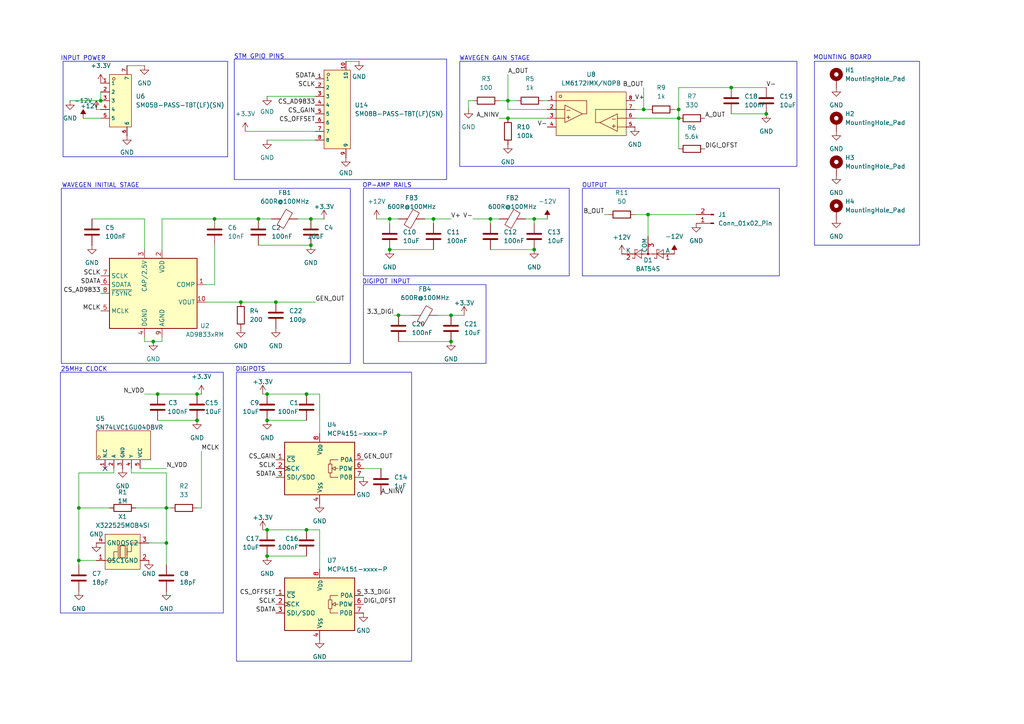
<source format=kicad_sch>
(kicad_sch (version 20250114) (generator "eeschema") (generator_version "9.0")
  (paper "A4")
  (lib_symbols
    (symbol "Connector:Conn_01x02_Pin" (pin_names (offset 1.016) (hide yes))
      (property "Reference" "J" (at 0 2.54 0))
      (property "Value" "Conn_01x02_Pin" (at 0 -5.08 0))
      (symbol "Conn_01x02_Pin_1_1"
        (rectangle (start 0.8636 0.127) (end 0 -0.127) (stroke (width 0.1524)) (fill (type outline)))
        (rectangle (start 0.8636 -2.413) (end 0 -2.667) (stroke (width 0.1524)) (fill (type outline)))
        (polyline (pts (xy 1.27 0) (xy 0.8636 0)) (stroke (width 0.1524)))
        (polyline (pts (xy 1.27 -2.54) (xy 0.8636 -2.54)) (stroke (width 0.1524)))
        (pin passive line (at 5.08 0 180) (length 3.81) (name "Pin_1") (number "1"))
        (pin passive line (at 5.08 -2.54 180) (length 3.81) (name "Pin_2") (number "2"))
      )
    )
    (symbol "Device:C" (pin_numbers (hide yes)) (pin_names (offset 0.254))
      (property "Reference" "C" (at 0.635 2.54 0))
      (property "Value" "C" (at 0.635 -2.54 0))
      (symbol "C_0_1"
        (polyline (pts (xy -2.032 0.762) (xy 2.032 0.762)) (stroke (width 0.508)))
        (polyline (pts (xy -2.032 -0.762) (xy 2.032 -0.762)) (stroke (width 0.508)))
      )
      (symbol "C_1_1"
        (pin passive line (at 0 3.81 270) (length 2.794) (name "~") (number "1"))
        (pin passive line (at 0 -3.81 90) (length 2.794) (name "~") (number "2"))
      )
    )
    (symbol "Device:FerriteBead" (pin_numbers (hide yes)) (pin_names (offset 0))
      (property "Reference" "FB" (at -3.81 0.635 90))
      (property "Value" "FerriteBead" (at 3.81 0 90))
      (symbol "FerriteBead_0_1"
        (polyline (pts (xy -2.7686 0.4064) (xy -1.7018 2.2606) (xy 2.7686 -0.3048) (xy 1.6764 -2.159) (xy -2.7686 0.4064)))
        (polyline (pts (xy 0 1.27) (xy 0 1.2954)))
        (polyline (pts (xy 0 -1.27) (xy 0 -1.2192)))
      )
      (symbol "FerriteBead_1_1"
        (pin passive line (at 0 3.81 270) (length 2.54) (name "~") (number "1"))
        (pin passive line (at 0 -3.81 90) (length 2.54) (name "~") (number "2"))
      )
    )
    (symbol "Device:R" (pin_numbers (hide yes)) (pin_names (offset 0))
      (property "Reference" "R" (at 2.032 0 90))
      (property "Value" "R" (at 0 0 90))
      (symbol "R_0_1"
        (rectangle (start -1.016 -2.54) (end 1.016 2.54) (stroke (width 0.254)))
      )
      (symbol "R_1_1"
        (pin passive line (at 0 3.81 270) (length 1.27) (name "~") (number "1"))
        (pin passive line (at 0 -3.81 90) (length 1.27) (name "~") (number "2"))
      )
    )
    (symbol "Diode:BAT54S" (pin_names (offset 0))
      (property "Reference" "D" (at 2.54 -5.08 0))
      (property "Value" "BAT54S" (at -6.35 3.175 0))
      (symbol "BAT54S_0_1"
        (polyline (pts (xy -4.445 1.27) (xy -4.445 -1.27) (xy -2.54 0) (xy -4.445 1.27)))
        (polyline (pts (xy -3.81 0) (xy -1.27 0)))
        (polyline (pts (xy -3.175 -1.27) (xy -3.175 -1.016)))
        (polyline (pts (xy -2.54 1.27) (xy -1.905 1.27)))
        (polyline (pts (xy -2.54 -1.27) (xy -3.175 -1.27)))
        (polyline (pts (xy -2.54 -1.27) (xy -2.54 1.27)))
        (polyline (pts (xy -1.905 1.27) (xy -1.905 1.016)))
        (polyline (pts (xy -1.905 0) (xy 1.905 0)))
        (circle (center 0 0) (radius 0.254) (fill (type outline)))
        (polyline (pts (xy 1.27 0) (xy 3.81 0)))
        (polyline (pts (xy 1.905 1.27) (xy 1.905 -1.27) (xy 3.81 0) (xy 1.905 1.27)))
        (polyline (pts (xy 3.175 -1.27) (xy 3.175 -1.016)))
        (polyline (pts (xy 3.81 1.27) (xy 4.445 1.27)))
        (polyline (pts (xy 3.81 -1.27) (xy 3.175 -1.27)))
        (polyline (pts (xy 3.81 -1.27) (xy 3.81 1.27)))
        (polyline (pts (xy 4.445 1.27) (xy 4.445 1.016)))
      )
      (symbol "BAT54S_1_1"
        (pin passive line (at -7.62 0 0) (length 3.81) (name "A") (number "1"))
        (pin passive line (at 0 -5.08 90) (length 5.08) (name "COM") (number "3"))
        (pin passive line (at 7.62 0 180) (length 3.81) (name "K") (number "2"))
      )
    )
    (symbol "Interface:AD9833xRM"
      (property "Reference" "U" (at -12.7 11.43 0))
      (property "Value" "AD9833xRM" (at 5.08 11.43 0))
      (symbol "AD9833xRM_0_1"
        (rectangle (start -12.7 10.16) (end 12.7 -10.16) (stroke (width 0.254)) (fill (type background)))
      )
      (symbol "AD9833xRM_1_1"
        (pin input line (at -15.24 5.08 0) (length 2.54) (name "SCLK") (number "7"))
        (pin input line (at -15.24 2.54 0) (length 2.54) (name "SDATA") (number "6"))
        (pin input line (at -15.24 0 0) (length 2.54) (name "~{FSYNC}") (number "8"))
        (pin input line (at -15.24 -5.08 0) (length 2.54) (name "MCLK") (number "5"))
        (pin power_in line (at -2.54 12.7 270) (length 2.54) (name "CAP/2.5V") (number "3"))
        (pin power_in line (at -2.54 -12.7 90) (length 2.54) (name "DGND") (number "4"))
        (pin power_in line (at 2.54 12.7 270) (length 2.54) (name "VDD") (number "2"))
        (pin power_in line (at 2.54 -12.7 90) (length 2.54) (name "AGND") (number "9"))
        (pin passive line (at 15.24 2.54 180) (length 2.54) (name "COMP") (number "1"))
        (pin output line (at 15.24 -2.54 180) (length 2.54) (name "VOUT") (number "10"))
      )
    )
    (symbol "JLC_PARTS:SM08B-PASS-TBT(LF)(SN)"
      (property "Reference" "U" (at 0 1.27 0))
      (property "Value" "SM08B-PASS-TBT(LF)(SN)" (at 0 -2.54 0))
      (symbol "SM08B-PASS-TBT(LF)(SN)_0_1"
        (rectangle (start -2.54 11.43) (end 5.08 -11.43) (fill (type background)))
        (circle (center -1.27 10.16) (radius 0.381) (fill (type background)))
        (pin unspecified line (at -5.08 8.89 0) (length 2.54) (name "1") (number "1"))
        (pin unspecified line (at -5.08 6.35 0) (length 2.54) (name "2") (number "2"))
        (pin unspecified line (at -5.08 3.81 0) (length 2.54) (name "3") (number "3"))
        (pin unspecified line (at -5.08 1.27 0) (length 2.54) (name "4") (number "4"))
        (pin unspecified line (at -5.08 -1.27 0) (length 2.54) (name "5") (number "5"))
        (pin unspecified line (at -5.08 -3.81 0) (length 2.54) (name "6") (number "6"))
        (pin unspecified line (at -5.08 -6.35 0) (length 2.54) (name "7") (number "7"))
        (pin unspecified line (at -5.08 -8.89 0) (length 2.54) (name "8") (number "8"))
        (pin unspecified line (at 3.81 13.97 270) (length 2.54) (name "10") (number "10"))
        (pin unspecified line (at 3.81 -13.97 90) (length 2.54) (name "9") (number "9"))
      )
    )
    (symbol "JLC_Parts:LM6172IMX/NOPB" (pin_names (hide yes))
      (property "Reference" "U" (at 0 1.27 0))
      (property "Value" "LM6172IMX{slash}NOPB" (at 0 -2.54 0))
      (symbol "LM6172IMX/NOPB_0_1"
        (rectangle (start -10.16 6.35) (end 10.16 -6.35) (fill (type background)))
        (polyline (pts (xy -10.16 3.81) (xy -1.27 3.81) (xy -1.27 0) (xy -2.54 0)))
        (polyline (pts (xy -10.16 1.27) (xy -7.62 1.27)))
        (polyline (pts (xy -10.16 -1.27) (xy -7.62 -1.27)))
        (circle (center -8.89 5.08) (radius 0.381) (fill (type background)))
        (polyline (pts (xy -7.62 2.54) (xy -2.54 0) (xy -7.62 -2.54) (xy -7.62 2.54)) (fill (type background)))
        (polyline (pts (xy -6.604 -0.508) (xy -6.604 -1.524)))
        (polyline (pts (xy -6.096 1.016) (xy -7.112 1.016)))
        (polyline (pts (xy -6.096 -1.016) (xy -7.112 -1.016) (xy -7.112 -1.016)))
        (polyline (pts (xy 2.54 -2.54) (xy 1.27 -2.54) (xy 1.27 1.27) (xy 10.16 1.27)))
        (polyline (pts (xy 6.096 -1.524) (xy 7.112 -1.524)))
        (polyline (pts (xy 6.096 -3.556) (xy 7.112 -3.556) (xy 7.112 -3.556)))
        (polyline (pts (xy 6.604 -3.048) (xy 6.604 -4.064)))
        (polyline (pts (xy 7.62 0) (xy 2.54 -2.54) (xy 7.62 -5.08) (xy 7.62 0)) (fill (type background)))
        (polyline (pts (xy 10.16 -1.27) (xy 7.62 -1.27)))
        (polyline (pts (xy 10.16 -3.81) (xy 7.62 -3.81)))
        (pin unspecified line (at -12.7 3.81 0) (length 2.54) (name "OUTA") (number "1"))
        (pin unspecified line (at -12.7 1.27 0) (length 2.54) (name "INA-") (number "2"))
        (pin unspecified line (at -12.7 -1.27 0) (length 2.54) (name "INA+") (number "3"))
        (pin unspecified line (at -12.7 -3.81 0) (length 2.54) (name "V-") (number "4"))
        (pin unspecified line (at 12.7 3.81 180) (length 2.54) (name "V+") (number "8"))
        (pin unspecified line (at 12.7 1.27 180) (length 2.54) (name "OUTB") (number "7"))
        (pin unspecified line (at 12.7 -1.27 180) (length 2.54) (name "INB-") (number "6"))
        (pin unspecified line (at 12.7 -3.81 180) (length 2.54) (name "INB+") (number "5"))
      )
    )
    (symbol "JLC_Parts:SM05B-PASS-TBT(LF)(SN)"
      (property "Reference" "U" (at 0 1.27 0))
      (property "Value" "SM05B-PASS-TBT(LF)(SN)" (at 0 -2.54 0))
      (symbol "SM05B-PASS-TBT(LF)(SN)_0_1"
        (rectangle (start -1.27 7.62) (end 5.08 -7.62) (fill (type background)))
        (circle (center 0 6.35) (radius 0.381) (fill (type background)))
        (pin unspecified line (at -3.81 5.08 0) (length 2.54) (name "1") (number "1"))
        (pin unspecified line (at -3.81 2.54 0) (length 2.54) (name "2") (number "2"))
        (pin unspecified line (at -3.81 0 0) (length 2.54) (name "3") (number "3"))
        (pin unspecified line (at -3.81 -2.54 0) (length 2.54) (name "4") (number "4"))
        (pin unspecified line (at -3.81 -5.08 0) (length 2.54) (name "5") (number "5"))
        (pin unspecified line (at 3.81 10.16 270) (length 2.54) (name "7") (number "7"))
        (pin unspecified line (at 3.81 -10.16 90) (length 2.54) (name "6") (number "6"))
      )
    )
    (symbol "JLC_Parts:SN74LVC1GU04DBVR"
      (property "Reference" "U" (at 0 1.27 0))
      (property "Value" "SN74LVC1GU04DBVR" (at 0 -2.54 0))
      (symbol "SN74LVC1GU04DBVR_0_1"
        (rectangle (start -2.54 7.62) (end 5.842 -8.128) (fill (type background)))
        (circle (center -1.778 6.858) (radius 0.381) (fill (type background)))
        (pin unspecified line (at -5.08 5.08 0) (length 2.54) (name "N.C") (number "1"))
        (pin unspecified line (at -5.08 2.54 0) (length 2.54) (name "A") (number "2"))
        (pin unspecified line (at -5.08 0 0) (length 2.54) (name "GND") (number "3"))
        (pin unspecified line (at -5.08 -2.54 0) (length 2.54) (name "Y") (number "4"))
        (pin unspecified line (at -5.08 -5.08 0) (length 2.54) (name "VCC") (number "5"))
      )
    )
    (symbol "Mechanical:MountingHole_Pad" (pin_numbers (hide yes)) (pin_names (offset 1.016) (hide yes)) (in_bom no)
      (property "Reference" "H" (at 0 6.35 0))
      (property "Value" "MountingHole_Pad" (at 0 4.445 0))
      (symbol "MountingHole_Pad_0_1"
        (circle (center 0 1.27) (radius 1.27) (stroke (width 1.27)))
      )
      (symbol "MountingHole_Pad_1_1"
        (pin input line (at 0 -2.54 90) (length 2.54) (name "1") (number "1"))
      )
    )
    (symbol "Potentiometer_Digital:MCP4151-xxxx-P"
      (property "Reference" "U" (at 2.54 11.43 0))
      (property "Value" "MCP4151-xxxx-P" (at 2.54 8.89 0))
      (symbol "MCP4151-xxxx-P_0_0"
        (pin input line (at -12.7 2.54 0) (length 2.54) (name "~{CS}") (number "1"))
        (pin input clock (at -12.7 0 0) (length 2.54) (name "SCK") (number "2"))
        (pin bidirectional line (at -12.7 -2.54 0) (length 2.54) (name "SDI/SDO") (number "3"))
        (pin power_in line (at 0 10.16 270) (length 2.54) (name "V_{DD}") (number "8"))
        (pin power_in line (at 0 -10.16 90) (length 2.54) (name "V_{SS}") (number "4"))
        (pin passive line (at 12.7 2.54 180) (length 2.54) (name "P0A") (number "5"))
        (pin passive line (at 12.7 0 180) (length 2.54) (name "P0W") (number "6"))
        (pin passive line (at 12.7 -2.54 180) (length 2.54) (name "P0B") (number "7"))
      )
      (symbol "MCP4151-xxxx-P_0_1"
        (rectangle (start 2.54 1.27) (end 3.556 -1.27))
        (polyline (pts (xy 3.048 -1.27) (xy 3.048 -2.54) (xy 5.334 -2.54)))
        (polyline (pts (xy 4.572 0.508) (xy 3.556 0) (xy 4.572 -0.508) (xy 4.572 0.508)))
        (polyline (pts (xy 4.572 0) (xy 5.334 0)))
        (polyline (pts (xy 5.334 2.54) (xy 3.048 2.54) (xy 3.048 1.27)))
      )
      (symbol "MCP4151-xxxx-P_1_1"
        (rectangle (start -10.16 7.62) (end 10.16 -7.62) (stroke (width 0.254)) (fill (type background)))
      )
    )
    (symbol "Rocketry_Easyeda:X322525MOB4SI"
      (property "Reference" "X" (at 0 7.62 0))
      (property "Value" "X322525MOB4SI" (at 0 -7.62 0))
      (symbol "X322525MOB4SI_0_1"
        (rectangle (start -5.08 5.08) (end 5.08 -5.08) (fill (type background)))
        (polyline (pts (xy -5.08 -2.54) (xy -2.54 -2.54) (xy -2.54 0) (xy -1.52 0)))
        (polyline (pts (xy -1.27 -1.02) (xy -1.27 1.02)))
        (polyline (pts (xy -1.27 -1.78) (xy -1.27 1.78)))
        (polyline (pts (xy -0.76 -1.78) (xy -0.76 1.78) (xy 0.76 1.78) (xy 0.76 -1.78)))
        (polyline (pts (xy 0.76 1.78) (xy 0.76 -1.78) (xy -0.76 -1.78) (xy -0.76 1.78) (xy 0.76 1.78)) (fill (type background)))
        (polyline (pts (xy 0.76 -1.78) (xy -0.76 -1.78)))
        (polyline (pts (xy 1.27 -1.02) (xy 1.27 1.02)))
        (polyline (pts (xy 1.27 -1.78) (xy 1.27 1.78)))
        (polyline (pts (xy 5.08 2.54) (xy 2.54 2.54) (xy 2.54 0) (xy 1.52 0)))
        (pin unspecified line (at -7.62 2.54 0) (length 2.54) (name "GND") (number "4"))
        (pin unspecified line (at -7.62 -2.54 0) (length 2.54) (name "OSC1") (number "1"))
        (pin unspecified line (at 7.62 2.54 180) (length 2.54) (name "OSC2") (number "3"))
        (pin unspecified line (at 7.62 -2.54 180) (length 2.54) (name "GND") (number "2"))
      )
    )
    (symbol "power:+12V" (power) (pin_numbers (hide yes)) (pin_names (offset 0) (hide yes))
      (property "Value" "+12V" (at 0 3.556 0))
      (symbol "+12V_0_1"
        (polyline (pts (xy -0.762 1.27) (xy 0 2.54)))
        (polyline (pts (xy 0 2.54) (xy 0.762 1.27)))
        (polyline (pts (xy 0 0) (xy 0 2.54)))
      )
      (symbol "+12V_1_1"
        (pin power_in line (at 0 0 90) (length 0) (name "~") (number "1"))
      )
    )
    (symbol "power:+3.3V" (power) (pin_numbers (hide yes)) (pin_names (offset 0) (hide yes))
      (property "Value" "+3.3V" (at 0 3.556 0))
      (symbol "+3.3V_0_1"
        (polyline (pts (xy -0.762 1.27) (xy 0 2.54)))
        (polyline (pts (xy 0 2.54) (xy 0.762 1.27)))
        (polyline (pts (xy 0 0) (xy 0 2.54)))
      )
      (symbol "+3.3V_1_1"
        (pin power_in line (at 0 0 90) (length 0) (name "~") (number "1"))
      )
    )
    (symbol "power:-12V" (power) (pin_numbers (hide yes)) (pin_names (offset 0) (hide yes))
      (property "Value" "-12V" (at 0 3.556 0))
      (symbol "-12V_0_0"
        (pin power_in line (at 0 0 90) (length 0) (name "~") (number "1"))
      )
      (symbol "-12V_0_1"
        (polyline (pts (xy 0 0) (xy 0 1.27) (xy 0.762 1.27) (xy 0 2.54) (xy -0.762 1.27) (xy 0 1.27)) (fill (type outline)))
      )
    )
    (symbol "power:GND" (power) (pin_numbers (hide yes)) (pin_names (offset 0) (hide yes))
      (property "Value" "GND" (at 0 -3.81 0))
      (symbol "GND_0_1"
        (polyline (pts (xy 0 0) (xy 0 -1.27) (xy 1.27 -1.27) (xy 0 -2.54) (xy -1.27 -1.27) (xy 0 -1.27)))
      )
      (symbol "GND_1_1"
        (pin power_in line (at 0 0 270) (length 0) (name "~") (number "1"))
      )
    )
  )
  (rectangle (start 133.35 17.78) (end 231.14 48.26))
  (rectangle (start 105.41 82.55) (end 140.97 105.41))
  (rectangle (start 105.41 54.61) (end 165.1 80.01))
  (rectangle (start 67.945 17.145) (end 129.54 52.07))
  (rectangle (start 236.22 17.78) (end 266.7 71.12))
  (rectangle (start 168.91 54.61) (end 226.06 80.01))
  (rectangle (start 17.526 107.95) (end 64.77 177.8))
  (rectangle (start 18.288 17.78) (end 66.04 45.466))
  (rectangle (start 17.78 54.61) (end 101.6 105.41))
  (rectangle (start 68.58 107.95) (end 119.38 191.77))
  (text "WAVEGEN INITIAL STAGE\n" (at 29.21 53.848 0) (effects (font (size 1.27 1.27))))
  (text "MOUNTING BOARD\n" (at 244.348 16.764 0) (effects (font (size 1.27 1.27))))
  (text "DIGIPOT INPUT\n" (at 112.014 81.788 0) (effects (font (size 1.27 1.27))))
  (text "OP-AMP RAILS\n" (at 112.268 53.848 0) (effects (font (size 1.27 1.27))))
  (text "STM GPIO PINS\n" (at 75.184 16.51 0) (effects (font (size 1.27 1.27))))
  (text "OUTPUT\n" (at 172.466 53.848 0) (effects (font (size 1.27 1.27))))
  (text "DIGIPOTS\n" (at 72.644 107.188 0) (effects (font (size 1.27 1.27))))
  (text "25MHz CLOCK\n" (at 24.384 107.188 0) (effects (font (size 1.27 1.27))))
  (text "WAVEGEN GAIN STAGE\n" (at 143.51 17.018 0) (effects (font (size 1.27 1.27))))
  (text "INPUT POWER" (at 24.13 17.018 0) (effects (font (size 1.27 1.27))))
  (junction (at 88.9 114.3))
  (junction (at 130.81 99.06))
  (junction (at 45.72 114.3))
  (junction (at 88.9 153.67))
  (junction (at 57.15 114.3))
  (junction (at 186.69 31.75))
  (junction (at 22.86 147.32))
  (junction (at 113.03 63.5))
  (junction (at 90.17 63.5))
  (junction (at 29.21 29.21))
  (junction (at 69.85 87.63))
  (junction (at 48.26 147.32))
  (junction (at 196.85 34.29))
  (junction (at 130.81 91.44))
  (junction (at 74.93 63.5))
  (junction (at 147.32 34.29))
  (junction (at 142.24 63.5))
  (junction (at 77.47 114.3))
  (junction (at 22.86 162.56))
  (junction (at 77.47 161.29))
  (junction (at 222.25 33.02))
  (junction (at 187.96 62.23))
  (junction (at 113.03 72.39))
  (junction (at 125.73 63.5))
  (junction (at 196.85 31.75))
  (junction (at 147.32 29.21))
  (junction (at 77.47 153.67))
  (junction (at 77.47 121.92))
  (junction (at 57.15 121.92))
  (junction (at 48.26 157.48))
  (junction (at 90.17 71.12))
  (junction (at 115.57 91.44))
  (junction (at 44.45 99.06))
  (junction (at 154.94 72.39))
  (junction (at 154.94 63.5))
  (junction (at 212.09 25.4))
  (junction (at 62.23 63.5))
  (junction (at 80.01 87.63))
  (no_connect (at 30.48 135.89))
  (wire (pts (xy 62.23 63.5) (xy 74.93 63.5)))
  (wire (pts (xy 62.23 71.12) (xy 62.23 82.55)))
  (wire (pts (xy 27.94 31.75) (xy 29.21 31.75)))
  (wire (pts (xy 48.26 137.16) (xy 48.26 147.32)))
  (wire (pts (xy 125.73 64.77) (xy 125.73 63.5)))
  (wire (pts (xy 125.73 63.5) (xy 130.81 63.5)))
  (wire (pts (xy 45.72 114.3) (xy 41.91 114.3)))
  (wire (pts (xy 88.9 153.67) (xy 92.71 153.67)))
  (wire (pts (xy 135.89 29.21) (xy 137.16 29.21)))
  (wire (pts (xy 135.89 29.21) (xy 135.89 31.75)))
  (wire (pts (xy 137.16 63.5) (xy 142.24 63.5)))
  (wire (pts (xy 74.93 63.5) (xy 78.74 63.5)))
  (wire (pts (xy 186.69 25.4) (xy 186.69 31.75)))
  (wire (pts (xy 74.93 71.12) (xy 90.17 71.12)))
  (wire (pts (xy 184.15 31.75) (xy 186.69 31.75)))
  (wire (pts (xy 22.86 162.56) (xy 27.94 162.56)))
  (wire (pts (xy 147.32 29.21) (xy 149.86 29.21)))
  (wire (pts (xy 33.02 135.89) (xy 33.02 137.16)))
  (wire (pts (xy 154.94 63.5) (xy 158.75 63.5)))
  (wire (pts (xy 80.01 87.63) (xy 91.44 87.63)))
  (wire (pts (xy 77.47 161.29) (xy 88.9 161.29)))
  (wire (pts (xy 58.42 147.32) (xy 58.42 130.81)))
  (wire (pts (xy 123.19 63.5) (xy 125.73 63.5)))
  (wire (pts (xy 48.26 157.48) (xy 48.26 147.32)))
  (wire (pts (xy 39.37 147.32) (xy 48.26 147.32)))
  (wire (pts (xy 115.57 99.06) (xy 130.81 99.06)))
  (wire (pts (xy 69.85 87.63) (xy 80.01 87.63)))
  (wire (pts (xy 195.58 31.75) (xy 196.85 31.75)))
  (wire (pts (xy 113.03 72.39) (xy 125.73 72.39)))
  (wire (pts (xy 147.32 21.59) (xy 147.32 29.21)))
  (wire (pts (xy 187.96 68.58) (xy 187.96 62.23)))
  (wire (pts (xy 212.09 25.4) (xy 222.25 25.4)))
  (wire (pts (xy 33.02 137.16) (xy 22.86 137.16)))
  (wire (pts (xy 147.32 29.21) (xy 144.78 29.21)))
  (wire (pts (xy 109.22 63.5) (xy 113.03 63.5)))
  (wire (pts (xy 40.64 135.89) (xy 48.26 135.89)))
  (wire (pts (xy 77.47 121.92) (xy 88.9 121.92)))
  (wire (pts (xy 115.57 63.5) (xy 113.03 63.5)))
  (wire (pts (xy 158.75 29.21) (xy 157.48 29.21)))
  (wire (pts (xy 176.53 62.23) (xy 175.26 62.23)))
  (wire (pts (xy 92.71 114.3) (xy 92.71 125.73)))
  (wire (pts (xy 20.32 29.21) (xy 29.21 29.21)))
  (wire (pts (xy 22.86 163.83) (xy 22.86 162.56)))
  (wire (pts (xy 142.24 72.39) (xy 154.94 72.39)))
  (wire (pts (xy 196.85 34.29) (xy 196.85 43.18)))
  (wire (pts (xy 38.1 137.16) (xy 48.26 137.16)))
  (wire (pts (xy 38.1 135.89) (xy 38.1 137.16)))
  (wire (pts (xy 22.86 137.16) (xy 22.86 147.32)))
  (wire (pts (xy 92.71 153.67) (xy 92.71 165.1)))
  (wire (pts (xy 186.69 31.75) (xy 187.96 31.75)))
  (wire (pts (xy 115.57 91.44) (xy 119.38 91.44)))
  (wire (pts (xy 154.94 63.5) (xy 154.94 64.77)))
  (wire (pts (xy 48.26 147.32) (xy 49.53 147.32)))
  (wire (pts (xy 147.32 34.29) (xy 158.75 34.29)))
  (wire (pts (xy 26.67 63.5) (xy 41.91 63.5)))
  (wire (pts (xy 144.78 63.5) (xy 142.24 63.5)))
  (wire (pts (xy 88.9 114.3) (xy 77.47 114.3)))
  (wire (pts (xy 187.96 62.23) (xy 201.93 62.23)))
  (wire (pts (xy 29.21 26.67) (xy 29.21 29.21)))
  (wire (pts (xy 77.47 153.67) (xy 88.9 153.67)))
  (wire (pts (xy 77.47 27.94) (xy 91.44 27.94)))
  (wire (pts (xy 41.91 63.5) (xy 41.91 72.39)))
  (wire (pts (xy 59.69 87.63) (xy 69.85 87.63)))
  (wire (pts (xy 90.17 63.5) (xy 93.98 63.5)))
  (wire (pts (xy 212.09 33.02) (xy 222.25 33.02)))
  (wire (pts (xy 62.23 82.55) (xy 59.69 82.55)))
  (wire (pts (xy 127 91.44) (xy 130.81 91.44)))
  (wire (pts (xy 114.3 91.44) (xy 115.57 91.44)))
  (wire (pts (xy 113.03 63.5) (xy 113.03 64.77)))
  (wire (pts (xy 196.85 25.4) (xy 196.85 31.75)))
  (wire (pts (xy 142.24 63.5) (xy 142.24 64.77)))
  (wire (pts (xy 43.18 157.48) (xy 48.26 157.48)))
  (wire (pts (xy 44.45 99.06) (xy 46.99 99.06)))
  (wire (pts (xy 152.4 63.5) (xy 154.94 63.5)))
  (wire (pts (xy 71.12 38.1) (xy 91.44 38.1)))
  (wire (pts (xy 196.85 25.4) (xy 212.09 25.4)))
  (wire (pts (xy 147.32 31.75) (xy 147.32 29.21)))
  (wire (pts (xy 22.86 147.32) (xy 22.86 162.56)))
  (wire (pts (xy 105.41 135.89) (xy 110.49 135.89)))
  (wire (pts (xy 76.2 153.67) (xy 77.47 153.67)))
  (wire (pts (xy 57.15 114.3) (xy 45.72 114.3)))
  (wire (pts (xy 41.91 99.06) (xy 41.91 97.79)))
  (wire (pts (xy 158.75 31.75) (xy 147.32 31.75)))
  (wire (pts (xy 57.15 121.92) (xy 45.72 121.92)))
  (wire (pts (xy 46.99 72.39) (xy 46.99 63.5)))
  (wire (pts (xy 77.47 40.64) (xy 91.44 40.64)))
  (wire (pts (xy 57.15 147.32) (xy 58.42 147.32)))
  (wire (pts (xy 88.9 114.3) (xy 92.71 114.3)))
  (wire (pts (xy 58.42 114.3) (xy 57.15 114.3)))
  (wire (pts (xy 100.33 17.78) (xy 104.14 17.78)))
  (wire (pts (xy 22.86 147.32) (xy 31.75 147.32)))
  (wire (pts (xy 130.81 91.44) (xy 134.62 91.44)))
  (wire (pts (xy 86.36 63.5) (xy 90.17 63.5)))
  (wire (pts (xy 36.83 19.05) (xy 41.91 19.05)))
  (wire (pts (xy 46.99 63.5) (xy 62.23 63.5)))
  (wire (pts (xy 41.91 99.06) (xy 44.45 99.06)))
  (wire (pts (xy 184.15 62.23) (xy 187.96 62.23)))
  (wire (pts (xy 46.99 99.06) (xy 46.99 97.79)))
  (wire (pts (xy 48.26 157.48) (xy 48.26 163.83)))
  (wire (pts (xy 196.85 31.75) (xy 196.85 34.29)))
  (wire (pts (xy 77.47 114.3) (xy 76.2 114.3)))
  (wire (pts (xy 184.15 34.29) (xy 196.85 34.29)))
  (wire (pts (xy 144.78 34.29) (xy 147.32 34.29)))
  (wire (pts (xy 24.13 34.29) (xy 29.21 34.29)))
  (label "A_NINV" (at 110.49 143.51 0))
  (label "SDATA" (at 91.44 22.86 180))
  (label "DIGI_OFST" (at 204.47 43.18 0))
  (label "V-" (at 137.16 63.5 180))
  (label "GEN_OUT" (at 105.41 133.35 0))
  (label "SDATA" (at 80.01 177.8 180))
  (label "A_NINV" (at 144.78 34.29 180))
  (label "N_VDD" (at 48.26 135.89 0))
  (label "B_OUT" (at 175.26 62.23 180))
  (label "SCLK" (at 80.01 135.89 180))
  (label "SCLK" (at 91.44 25.4 180))
  (label "N_VDD" (at 41.91 114.3 180))
  (label "B_OUT" (at 186.69 25.4 180))
  (label "SDATA" (at 29.21 82.55 180))
  (label "V-" (at 158.75 36.83 180))
  (label "V-" (at 222.25 25.4 0))
  (label "A_OUT" (at 147.32 21.59 0))
  (label "GEN_OUT" (at 91.44 87.63 0))
  (label "A_OUT" (at 204.47 34.29 0))
  (label "3.3_DIGI" (at 105.41 172.72 0))
  (label "CS_OFFSET" (at 80.01 172.72 180))
  (label "DIGI_OFST" (at 105.41 175.26 0))
  (label "MCLK" (at 58.42 130.81 0))
  (label "CS_OFFSET" (at 91.44 35.56 180))
  (label "SCLK" (at 29.21 80.01 180))
  (label "SDATA" (at 80.01 138.43 180))
  (label "MCLK" (at 29.21 90.17 180))
  (label "V+" (at 130.81 63.5 0))
  (label "3.3_DIGI" (at 114.3 91.44 180))
  (label "V+" (at 184.15 29.21 0))
  (label "CS_GAIN" (at 91.44 33.02 180))
  (label "CS_AD9833" (at 29.21 85.09 180))
  (label "SCLK" (at 80.01 175.26 180))
  (label "CS_AD9833" (at 91.44 30.48 180))
  (label "CS_GAIN" (at 80.01 133.35 180))
  (symbol (lib_id "power:GND") (at 222.25 33.02 0) (unit 1)
    (property "Reference" "#PWR018" (effects (hide yes)))
    (property "Value" "GND" (at 222.25 38.1 0))
    (property "Description" "Power symbol creates a global label with name \"GND\" , ground" (effects (hide yes)))
  )
  (symbol (lib_id "Device:C") (at 22.86 167.64 0) (unit 1)
    (property "Reference" "C7" (at 26.67 166.3699 0) (effects (justify left)))
    (property "Value" "18pF" (at 26.67 168.9099 0) (effects (justify left)))
    (property "Footprint" "Capacitor_SMD:C_0603_1608Metric" (effects (hide yes)))
    (property "Description" "Unpolarized capacitor" (effects (hide yes)))
  )
  (symbol (lib_id "Device:C") (at 48.26 167.64 0) (unit 1)
    (property "Reference" "C8" (at 52.07 166.3699 0) (effects (justify left)))
    (property "Value" "18pF" (at 52.07 168.9099 0) (effects (justify left)))
    (property "Footprint" "Capacitor_SMD:C_0603_1608Metric" (effects (hide yes)))
    (property "Description" "Unpolarized capacitor" (effects (hide yes)))
  )
  (symbol (lib_id "power:GND") (at 130.81 99.06 0) (unit 1)
    (property "Reference" "#PWR019" (effects (hide yes)))
    (property "Value" "GND" (at 130.81 104.14 0))
    (property "Description" "Power symbol creates a global label with name \"GND\" , ground" (effects (hide yes)))
  )
  (symbol (lib_id "Connector:Conn_01x02_Pin") (at 207.01 64.77 180) (unit 1)
    (property "Reference" "J1" (at 208.28 62.2299 0) (effects (justify right)))
    (property "Value" "Conn_01x02_Pin" (at 208.28 64.7699 0) (effects (justify right)))
    (property "Footprint" "Connector_PinHeader_2.54mm:PinHeader_1x02_P2.54mm_Vertical" (effects (hide yes)))
    (property "Description" "Generic connector, single row, 01x02, script generated" (effects (hide yes)))
  )
  (symbol (lib_id "power:GND") (at 43.18 162.56 0) (unit 1)
    (property "Reference" "#PWR06" (effects (hide yes)))
    (property "Value" "GND" (at 43.18 166.37 0))
    (property "Description" "Power symbol creates a global label with name \"GND\" , ground" (effects (hide yes)))
  )
  (symbol (lib_id "power:GND") (at 77.47 121.92 0) (mirror y) (unit 1)
    (property "Reference" "#PWR012" (effects (hide yes)))
    (property "Value" "GND" (at 77.47 127 0))
    (property "Description" "Power symbol creates a global label with name \"GND\" , ground" (effects (hide yes)))
  )
  (symbol (lib_id "JLC_Parts:LM6172IMX/NOPB") (at 171.45 33.02 0) (unit 1)
    (property "Reference" "U8" (at 171.45 21.59 0))
    (property "Value" "LM6172IMX/NOPB" (at 171.45 24.13 0))
    (property "Footprint" "Package_SO:SOIC-8_3.9x4.9mm_P1.27mm" (effects (hide yes)))
    (property "Datasheet" "https://item.szlcsc.com/417287.html" (effects (hide yes)))
    (property "LCSC" "C180430" (effects (hide yes)))
  )
  (symbol (lib_id "Potentiometer_Digital:MCP4151-xxxx-P") (at 92.71 175.26 0) (unit 1)
    (property "Reference" "U7" (at 94.8533 162.56 0) (effects (justify left)))
    (property "Value" "MCP4151-xxxx-P" (at 94.8533 165.1 0) (effects (justify left)))
    (property "Footprint" "Package_SO:SOIC-8_3.9x4.9mm_P1.27mm" (effects (hide yes)))
    (property "Datasheet" "https://ww1.microchip.com/downloads/aemDocuments/documents/OTH/ProductDocuments/DataSheets/22060b.pdf" (effects (hide yes)))
    (property "Description" "Single Digital Potentiometer, SPI interface, 257 taps, 5/10/50/100 kohm, volatile memory" (effects (hide yes)))
  )
  (symbol (lib_id "Potentiometer_Digital:MCP4151-xxxx-P") (at 92.71 135.89 0) (unit 1)
    (property "Reference" "U4" (at 94.8533 123.19 0) (effects (justify left)))
    (property "Value" "MCP4151-xxxx-P" (at 94.8533 125.73 0) (effects (justify left)))
    (property "Footprint" "Package_SO:SOIC-8_3.9x4.9mm_P1.27mm" (effects (hide yes)))
    (property "Datasheet" "https://ww1.microchip.com/downloads/aemDocuments/documents/OTH/ProductDocuments/DataSheets/22060b.pdf" (effects (hide yes)))
    (property "Description" "Single Digital Potentiometer, SPI interface, 257 taps, 5/10/50/100 kohm, volatile memory" (effects (hide yes)))
  )
  (symbol (lib_id "Device:R") (at 180.34 62.23 90) (unit 1)
    (property "Reference" "R11" (at 180.34 55.88 90))
    (property "Value" "50" (at 180.34 58.42 90))
    (property "Footprint" "Resistor_SMD:R_0603_1608Metric" (effects (hide yes)))
    (property "Description" "Resistor" (effects (hide yes)))
  )
  (symbol (lib_id "power:-12V") (at 158.75 63.5 0) (unit 1)
    (property "Reference" "#PWR023" (effects (hide yes)))
    (property "Value" "-12V" (at 158.75 58.42 0))
    (property "Description" "Power symbol creates a global label with name \"-12V\"" (effects (hide yes)))
  )
  (symbol (lib_id "power:GND") (at 20.32 29.21 0) (unit 1)
    (property "Reference" "#PWR032" (effects (hide yes)))
    (property "Value" "GND" (at 20.32 34.29 0))
    (property "Description" "Power symbol creates a global label with name \"GND\" , ground" (effects (hide yes)))
  )
  (symbol (lib_id "JLC_PARTS:SM08B-PASS-TBT(LF)(SN)") (at 96.52 31.75 0) (unit 1)
    (property "Reference" "U14" (at 102.87 30.4799 0) (effects (justify left)))
    (property "Value" "SM08B-PASS-TBT(LF)(SN)" (at 102.87 33.0199 0) (effects (justify left)))
    (property "Footprint" "JLC_Parts:CONN-SMD_SM08B-PASS-TBT-LF-SN" (effects (hide yes)))
    (property "Datasheet" "https://www.jst-mfg.com/product/pdf/eng/ePA-F.pdf" (effects (hide yes)))
    (property "LCSC" "C496230" (effects (hide yes)))
  )
  (symbol (lib_id "Device:C") (at 110.49 139.7 180) (unit 1)
    (property "Reference" "C14" (at 114.3 138.4299 0) (effects (justify right)))
    (property "Value" "1uF" (at 114.3 140.9699 0) (effects (justify right)))
    (property "Footprint" "Capacitor_SMD:C_0603_1608Metric" (effects (hide yes)))
    (property "Description" "Unpolarized capacitor" (effects (hide yes)))
  )
  (symbol (lib_id "Device:FerriteBead") (at 82.55 63.5 270) (unit 1)
    (property "Reference" "FB1" (at 82.6008 55.88 90))
    (property "Value" "600R@100MHz" (at 82.6008 58.42 90))
    (property "Footprint" "Inductor_SMD:L_0805_2012Metric" (effects (hide yes)))
    (property "Description" "C1017" (effects (hide yes)))
  )
  (symbol (lib_id "Device:R") (at 35.56 147.32 90) (unit 1)
    (property "Reference" "R1" (at 35.56 142.748 90))
    (property "Value" "1M" (at 35.56 145.288 90))
    (property "Footprint" "Resistor_SMD:R_0603_1608Metric" (effects (hide yes)))
    (property "Description" "Resistor" (effects (hide yes)))
  )
  (symbol (lib_id "Device:C") (at 130.81 95.25 0) (unit 1)
    (property "Reference" "C21" (at 134.62 93.9799 0) (effects (justify left)))
    (property "Value" "10uF" (at 134.62 96.5199 0) (effects (justify left)))
    (property "Footprint" "Capacitor_SMD:C_0805_2012Metric" (effects (hide yes)))
    (property "Description" "Unpolarized capacitor" (effects (hide yes)))
  )
  (symbol (lib_id "Device:C") (at 45.72 118.11 0) (unit 1)
    (property "Reference" "C3" (at 48.768 116.84 0) (effects (justify left)))
    (property "Value" "100nF" (at 48.514 119.38 0) (effects (justify left)))
    (property "Footprint" "Capacitor_SMD:C_0603_1608Metric" (effects (hide yes)))
    (property "Description" "Unpolarized capacitor" (effects (hide yes)))
  )
  (symbol (lib_id "Diode:BAT54S") (at 187.96 73.66 180) (unit 1)
    (property "Reference" "D1" (at 187.96 75.438 0))
    (property "Value" "BAT54S" (at 187.96 77.978 0))
    (property "Footprint" "Package_TO_SOT_SMD:SOT-23" (effects (hide yes)))
    (property "Datasheet" "https://www.diodes.com/assets/Datasheets/ds11005.pdf" (effects (hide yes)))
    (property "Description" "Vr 30V, If 200mA, Dual schottky barrier diode, in series, SOT-323" (effects (hide yes)))
  )
  (symbol (lib_id "power:GND") (at 105.41 138.43 0) (unit 1)
    (property "Reference" "#PWR013" (effects (hide yes)))
    (property "Value" "GND" (at 105.41 143.51 0))
    (property "Description" "Power symbol creates a global label with name \"GND\" , ground" (effects (hide yes)))
  )
  (symbol (lib_id "power:-12V") (at 195.58 73.66 0) (mirror y) (unit 1)
    (property "Reference" "#PWR036" (effects (hide yes)))
    (property "Value" "-12V" (at 195.58 68.58 0))
    (property "Description" "Power symbol creates a global label with name \"-12V\"" (effects (hide yes)))
  )
  (symbol (lib_id "Device:C") (at 57.15 118.11 0) (unit 1)
    (property "Reference" "C15" (at 59.436 116.84 0) (effects (justify left)))
    (property "Value" "10uF" (at 59.436 119.38 0) (effects (justify left)))
    (property "Footprint" "Capacitor_SMD:C_0805_2012Metric" (effects (hide yes)))
    (property "Description" "Unpolarized capacitor" (effects (hide yes)))
  )
  (symbol (lib_id "Device:FerriteBead") (at 119.38 63.5 270) (unit 1)
    (property "Reference" "FB3" (at 119.38 57.404 90))
    (property "Value" "600R@100MHz" (at 119.38 59.944 90))
    (property "Footprint" "Inductor_SMD:L_0805_2012Metric" (effects (hide yes)))
    (property "Description" "C1017" (effects (hide yes)))
  )
  (symbol (lib_id "Device:C") (at 113.03 68.58 0) (unit 1)
    (property "Reference" "C10" (at 116.84 67.3099 0) (effects (justify left)))
    (property "Value" "10uF" (at 116.84 69.8499 0) (effects (justify left)))
    (property "Footprint" "Capacitor_SMD:C_0805_2012Metric" (effects (hide yes)))
    (property "Description" "Unpolarized capacitor" (effects (hide yes)))
  )
  (symbol (lib_id "Device:R") (at 153.67 29.21 270) (mirror x) (unit 1)
    (property "Reference" "R5" (at 153.67 22.86 90))
    (property "Value" "1k" (at 153.67 25.4 90))
    (property "Footprint" "Resistor_SMD:R_0603_1608Metric" (effects (hide yes)))
    (property "Description" "Resistor" (effects (hide yes)))
  )
  (symbol (lib_id "Device:R") (at 200.66 34.29 270) (unit 1)
    (property "Reference" "R7" (at 200.66 27.94 90))
    (property "Value" "330" (at 200.66 30.48 90))
    (property "Footprint" "Resistor_SMD:R_0603_1608Metric" (effects (hide yes)))
    (property "Description" "Resistor" (effects (hide yes)))
  )
  (symbol (lib_id "power:GND") (at 77.47 27.94 0) (unit 1)
    (property "Reference" "#PWR027" (effects (hide yes)))
    (property "Value" "GND" (at 77.47 32.385 0))
    (property "Description" "Power symbol creates a global label with name \"GND\" , ground" (effects (hide yes)))
  )
  (symbol (lib_id "power:GND") (at 184.15 36.83 0) (unit 1)
    (property "Reference" "#PWR016" (effects (hide yes)))
    (property "Value" "GND" (at 184.15 41.91 0))
    (property "Description" "Power symbol creates a global label with name \"GND\" , ground" (effects (hide yes)))
  )
  (symbol (lib_id "Device:FerriteBead") (at 123.19 91.44 270) (unit 1)
    (property "Reference" "FB4" (at 123.2408 83.82 90))
    (property "Value" "600R@100MHz" (at 123.2408 86.36 90))
    (property "Footprint" "Inductor_SMD:L_0805_2012Metric" (effects (hide yes)))
    (property "Description" "C1017" (effects (hide yes)))
  )
  (symbol (lib_id "power:GND") (at 26.67 71.12 0) (unit 1)
    (property "Reference" "#PWR03" (effects (hide yes)))
    (property "Value" "GND" (at 26.67 76.2 0))
    (property "Description" "Power symbol creates a global label with name \"GND\" , ground" (effects (hide yes)))
  )
  (symbol (lib_id "Device:R") (at 147.32 38.1 0) (mirror y) (unit 1)
    (property "Reference" "R10" (at 149.86 36.8299 0) (effects (justify right)))
    (property "Value" "100k" (at 149.86 39.3699 0) (effects (justify right)))
    (property "Footprint" "Resistor_SMD:R_0603_1608Metric" (effects (hide yes)))
    (property "Description" "Resistor" (effects (hide yes)))
  )
  (symbol (lib_id "power:GND") (at 135.89 31.75 0) (mirror y) (unit 1)
    (property "Reference" "#PWR015" (effects (hide yes)))
    (property "Value" "GND" (at 135.89 36.83 0))
    (property "Description" "Power symbol creates a global label with name \"GND\" , ground" (effects (hide yes)))
  )
  (symbol (lib_id "Interface:AD9833xRM") (at 44.45 85.09 0) (unit 1)
    (property "Reference" "U2" (at 59.436 94.488 0))
    (property "Value" "AD9833xRM" (at 59.436 97.028 0))
    (property "Footprint" "Package_SO:MSOP-10_3x3mm_P0.5mm" (effects (hide yes)))
    (property "Datasheet" "https://www.analog.com/media/en/technical-documentation/data-sheets/ad9833.pdf" (effects (hide yes)))
    (property "Description" "10 bit 25 MHz Programmable Waveform Generator, 2.3V to 5.5V, 12.65mW, MSOP-10" (effects (hide yes)))
  )
  (symbol (lib_id "Device:C") (at 90.17 67.31 0) (unit 1)
    (property "Reference" "C4" (at 93.98 66.0399 0) (effects (justify left)))
    (property "Value" "10uF" (at 93.98 68.5799 0) (effects (justify right)))
    (property "Footprint" "Capacitor_SMD:C_0805_2012Metric" (effects (hide yes)))
    (property "Description" "Unpolarized capacitor" (effects (hide yes)))
  )
  (symbol (lib_id "Device:C") (at 154.94 68.58 0) (unit 1)
    (property "Reference" "C13" (at 158.75 67.3099 0) (effects (justify left)))
    (property "Value" "10uF" (at 158.75 69.8499 0) (effects (justify left)))
    (property "Footprint" "Capacitor_SMD:C_0805_2012Metric" (effects (hide yes)))
    (property "Description" "Unpolarized capacitor" (effects (hide yes)))
  )
  (symbol (lib_id "power:GND") (at 48.26 171.45 0) (unit 1)
    (property "Reference" "#PWR010" (effects (hide yes)))
    (property "Value" "GND" (at 48.26 176.53 0))
    (property "Description" "Power symbol creates a global label with name \"GND\" , ground" (effects (hide yes)))
  )
  (symbol (lib_id "Device:C") (at 88.9 118.11 0) (mirror y) (unit 1)
    (property "Reference" "C1" (at 86.614 116.84 0) (effects (justify left)))
    (property "Value" "100nF" (at 86.614 119.38 0) (effects (justify left)))
    (property "Footprint" "Capacitor_SMD:C_0603_1608Metric" (effects (hide yes)))
    (property "Description" "Unpolarized capacitor" (effects (hide yes)))
  )
  (symbol (lib_id "Device:C") (at 62.23 67.31 0) (mirror y) (unit 1)
    (property "Reference" "C6" (at 66.04 66.0399 0) (effects (justify right)))
    (property "Value" "10nF" (at 66.04 68.5799 0) (effects (justify right)))
    (property "Footprint" "Capacitor_SMD:C_0603_1608Metric" (effects (hide yes)))
    (property "Description" "Unpolarized capacitor" (effects (hide yes)))
  )
  (symbol (lib_id "power:GND") (at 242.57 38.1 0) (unit 1)
    (property "Reference" "#PWR042" (effects (hide yes)))
    (property "Value" "GND" (at 242.57 43.18 0))
    (property "Description" "Power symbol creates a global label with name \"GND\" , ground" (effects (hide yes)))
  )
  (symbol (lib_id "power:GND") (at 104.14 17.78 0) (unit 1)
    (property "Reference" "#PWR094" (effects (hide yes)))
    (property "Value" "GND" (at 104.14 22.225 0))
    (property "Description" "Power symbol creates a global label with name \"GND\" , ground" (effects (hide yes)))
  )
  (symbol (lib_id "power:GND") (at 147.32 41.91 0) (unit 1)
    (property "Reference" "#PWR025" (effects (hide yes)))
    (property "Value" "GND" (at 147.32 46.99 0))
    (property "Description" "Power symbol creates a global label with name \"GND\" , ground" (effects (hide yes)))
  )
  (symbol (lib_id "Device:FerriteBead") (at 148.59 63.5 270) (unit 1)
    (property "Reference" "FB2" (at 148.59 57.404 90))
    (property "Value" "600R@100MHz" (at 148.59 59.944 90))
    (property "Footprint" "Inductor_SMD:L_0805_2012Metric" (effects (hide yes)))
    (property "Description" "C1017" (effects (hide yes)))
  )
  (symbol (lib_id "Device:C") (at 74.93 67.31 0) (unit 1)
    (property "Reference" "C2" (at 78.74 66.0399 0) (effects (justify left)))
    (property "Value" "100nF" (at 78.74 68.5799 0) (effects (justify left)))
    (property "Footprint" "Capacitor_SMD:C_0603_1608Metric" (effects (hide yes)))
    (property "Description" "Unpolarized capacitor" (effects (hide yes)))
  )
  (symbol (lib_id "power:GND") (at 154.94 72.39 0) (unit 1)
    (property "Reference" "#PWR022" (effects (hide yes)))
    (property "Value" "GND" (at 154.94 77.47 0))
    (property "Description" "Power symbol creates a global label with name \"GND\" , ground" (effects (hide yes)))
  )
  (symbol (lib_id "power:GND") (at 44.45 99.06 0) (unit 1)
    (property "Reference" "#PWR04" (effects (hide yes)))
    (property "Value" "GND" (at 44.45 104.14 0))
    (property "Description" "Power symbol creates a global label with name \"GND\" , ground" (effects (hide yes)))
  )
  (symbol (lib_id "power:GND") (at 27.94 157.48 0) (unit 1)
    (property "Reference" "#PWR05" (effects (hide yes)))
    (property "Value" "GND" (at 27.94 154.94 0))
    (property "Description" "Power symbol creates a global label with name \"GND\" , ground" (effects (hide yes)))
  )
  (symbol (lib_id "power:GND") (at 100.33 45.72 0) (unit 1)
    (property "Reference" "#PWR095" (effects (hide yes)))
    (property "Value" "GND" (at 100.33 50.165 0))
    (property "Description" "Power symbol creates a global label with name \"GND\" , ground" (effects (hide yes)))
  )
  (symbol (lib_id "Device:R") (at 140.97 29.21 270) (mirror x) (unit 1)
    (property "Reference" "R3" (at 140.97 22.86 90))
    (property "Value" "100" (at 140.97 25.4 90))
    (property "Footprint" "Resistor_SMD:R_0603_1608Metric" (effects (hide yes)))
    (property "Description" "Resistor" (effects (hide yes)))
  )
  (symbol (lib_id "power:+3.3V") (at 58.42 114.3 0) (unit 1)
    (property "Reference" "#PWR09" (effects (hide yes)))
    (property "Value" "+3.3V" (at 58.42 109.22 0))
    (property "Description" "Power symbol creates a global label with name \"+3.3V\"" (effects (hide yes)))
  )
  (symbol (lib_id "power:+3.3V") (at 76.2 114.3 0) (mirror y) (unit 1)
    (property "Reference" "#PWR014" (effects (hide yes)))
    (property "Value" "+3.3V" (at 76.2 110.744 0))
    (property "Description" "Power symbol creates a global label with name \"+3.3V\"" (effects (hide yes)))
  )
  (symbol (lib_id "power:GND") (at 90.17 71.12 0) (unit 1)
    (property "Reference" "#PWR01" (effects (hide yes)))
    (property "Value" "GND" (at 90.17 76.2 0))
    (property "Description" "Power symbol creates a global label with name \"GND\" , ground" (effects (hide yes)))
  )
  (symbol (lib_id "power:GND") (at 113.03 72.39 0) (unit 1)
    (property "Reference" "#PWR021" (effects (hide yes)))
    (property "Value" "GND" (at 113.03 77.47 0))
    (property "Description" "Power symbol creates a global label with name \"GND\" , ground" (effects (hide yes)))
  )
  (symbol (lib_id "power:GND") (at 35.56 135.89 0) (unit 1)
    (property "Reference" "#PWR07" (effects (hide yes)))
    (property "Value" "GND" (at 35.56 140.97 0))
    (property "Description" "Power symbol creates a global label with name \"GND\" , ground" (effects (hide yes)))
  )
  (symbol (lib_id "power:GND") (at 36.83 39.37 0) (unit 1)
    (property "Reference" "#PWR043" (effects (hide yes)))
    (property "Value" "GND" (at 36.83 44.196 0))
    (property "Description" "Power symbol creates a global label with name \"GND\" , ground" (effects (hide yes)))
  )
  (symbol (lib_id "power:GND") (at 77.47 161.29 0) (mirror y) (unit 1)
    (property "Reference" "#PWR017" (effects (hide yes)))
    (property "Value" "GND" (at 77.47 166.37 0))
    (property "Description" "Power symbol creates a global label with name \"GND\" , ground" (effects (hide yes)))
  )
  (symbol (lib_id "power:GND") (at 69.85 95.25 0) (unit 1)
    (property "Reference" "#PWR047" (effects (hide yes)))
    (property "Value" "GND" (at 69.85 100.33 0))
    (property "Description" "Power symbol creates a global label with name \"GND\" , ground" (effects (hide yes)))
  )
  (symbol (lib_id "JLC_Parts:SN74LVC1GU04DBVR") (at 35.56 130.81 90) (unit 1)
    (property "Reference" "U5" (at 27.686 121.412 90) (effects (justify right)))
    (property "Value" "SN74LVC1GU04DBVR" (at 27.686 123.952 90) (effects (justify right)))
    (property "Footprint" "Package_TO_SOT_SMD:SOT-23-5" (effects (hide yes)))
    (property "Datasheet" "https://item.szlcsc.com/236104.html" (effects (hide yes)))
    (property "LCSC" "C81934" (effects (hide yes)))
  )
  (symbol (lib_id "power:+3.3V") (at 29.21 24.13 0) (mirror y) (unit 1)
    (property "Reference" "#PWR041" (effects (hide yes)))
    (property "Value" "+3.3V" (at 29.21 19.05 0))
    (property "Description" "Power symbol creates a global label with name \"+3.3V\"" (effects (hide yes)))
  )
  (symbol (lib_id "power:+12V") (at 109.22 63.5 0) (unit 1)
    (property "Reference" "#PWR024" (effects (hide yes)))
    (property "Value" "+12V" (at 109.22 58.42 0))
    (property "Description" "Power symbol creates a global label with name \"+12V\"" (effects (hide yes)))
  )
  (symbol (lib_id "power:GND") (at 77.47 40.64 0) (unit 1)
    (property "Reference" "#PWR029" (effects (hide yes)))
    (property "Value" "GND" (at 77.47 45.72 0))
    (property "Description" "Power symbol creates a global label with name \"GND\" , ground" (effects (hide yes)))
  )
  (symbol (lib_id "Mechanical:MountingHole_Pad") (at 242.57 22.86 0) (unit 1) (in_bom no)
    (property "Reference" "H1" (at 245.11 20.3199 0) (effects (justify left)))
    (property "Value" "MountingHole_Pad" (at 245.11 22.8599 0) (effects (justify left)))
    (property "Footprint" "MountingHole:MountingHole_3.2mm_M3_Pad_Via" (effects (hide yes)))
    (property "Description" "Mounting Hole with connection" (effects (hide yes)))
  )
  (symbol (lib_id "power:GND") (at 80.01 95.25 0) (unit 1)
    (property "Reference" "#PWR034" (effects (hide yes)))
    (property "Value" "GND" (at 80.01 100.33 0))
    (property "Description" "Power symbol creates a global label with name \"GND\" , ground" (effects (hide yes)))
  )
  (symbol (lib_id "power:-12V") (at 24.13 34.29 0) (mirror y) (unit 1)
    (property "Reference" "#PWR040" (effects (hide yes)))
    (property "Value" "-12V" (at 24.13 29.21 0))
    (property "Description" "Power symbol creates a global label with name \"-12V\"" (effects (hide yes)))
  )
  (symbol (lib_id "Device:C") (at 222.25 29.21 0) (unit 1)
    (property "Reference" "C19" (at 226.06 27.9399 0) (effects (justify left)))
    (property "Value" "10uF" (at 226.06 30.4799 0) (effects (justify left)))
    (property "Footprint" "Capacitor_SMD:C_0805_2012Metric" (effects (hide yes)))
    (property "Description" "Unpolarized capacitor" (effects (hide yes)))
  )
  (symbol (lib_id "power:GND") (at 57.15 121.92 0) (unit 1)
    (property "Reference" "#PWR026" (effects (hide yes)))
    (property "Value" "GND" (at 57.15 127 0))
    (property "Description" "Power symbol creates a global label with name \"GND\" , ground" (effects (hide yes)))
  )
  (symbol (lib_id "Device:C") (at 80.01 91.44 0) (unit 1)
    (property "Reference" "C22" (at 83.82 90.1699 0) (effects (justify left)))
    (property "Value" "100p" (at 83.82 92.7099 0) (effects (justify left)))
    (property "Footprint" "Capacitor_SMD:C_0603_1608Metric" (effects (hide yes)))
    (property "Description" "Unpolarized capacitor" (effects (hide yes)))
  )
  (symbol (lib_id "power:+3.3V") (at 76.2 153.67 0) (mirror y) (unit 1)
    (property "Reference" "#PWR030" (effects (hide yes)))
    (property "Value" "+3.3V" (at 76.2 150.114 0))
    (property "Description" "Power symbol creates a global label with name \"+3.3V\"" (effects (hide yes)))
  )
  (symbol (lib_id "power:GND") (at 41.91 19.05 0) (unit 1)
    (property "Reference" "#PWR044" (effects (hide yes)))
    (property "Value" "GND" (at 41.91 24.13 0))
    (property "Description" "Power symbol creates a global label with name \"GND\" , ground" (effects (hide yes)))
  )
  (symbol (lib_id "Device:C") (at 212.09 29.21 0) (unit 1)
    (property "Reference" "C18" (at 215.9 27.9399 0) (effects (justify left)))
    (property "Value" "100nF" (at 215.9 30.4799 0) (effects (justify left)))
    (property "Footprint" "Capacitor_SMD:C_0603_1608Metric" (effects (hide yes)))
    (property "Description" "Unpolarized capacitor" (effects (hide yes)))
  )
  (symbol (lib_id "Mechanical:MountingHole_Pad") (at 242.57 48.26 0) (unit 1) (in_bom no)
    (property "Reference" "H3" (at 245.11 45.7199 0) (effects (justify left)))
    (property "Value" "MountingHole_Pad" (at 245.11 48.2599 0) (effects (justify left)))
    (property "Footprint" "MountingHole:MountingHole_3.2mm_M3_Pad_Via" (effects (hide yes)))
    (property "Description" "Mounting Hole with connection" (effects (hide yes)))
  )
  (symbol (lib_id "Device:R") (at 53.34 147.32 90) (unit 1)
    (property "Reference" "R2" (at 53.34 140.97 90))
    (property "Value" "33" (at 53.34 143.51 90))
    (property "Footprint" "Resistor_SMD:R_0603_1608Metric" (effects (hide yes)))
    (property "Description" "Resistor" (effects (hide yes)))
  )
  (symbol (lib_id "power:GND") (at 92.71 146.05 0) (unit 1)
    (property "Reference" "#PWR08" (effects (hide yes)))
    (property "Value" "GND" (at 92.71 151.13 0))
    (property "Description" "Power symbol creates a global label with name \"GND\" , ground" (effects (hide yes)))
  )
  (symbol (lib_id "power:GND") (at 242.57 50.8 0) (unit 1)
    (property "Reference" "#PWR045" (effects (hide yes)))
    (property "Value" "GND" (at 242.57 55.88 0))
    (property "Description" "Power symbol creates a global label with name \"GND\" , ground" (effects (hide yes)))
  )
  (symbol (lib_id "Device:C") (at 88.9 157.48 0) (mirror y) (unit 1)
    (property "Reference" "C16" (at 86.614 156.21 0) (effects (justify left)))
    (property "Value" "100nF" (at 86.614 158.75 0) (effects (justify left)))
    (property "Footprint" "Capacitor_SMD:C_0603_1608Metric" (effects (hide yes)))
    (property "Description" "Unpolarized capacitor" (effects (hide yes)))
  )
  (symbol (lib_id "Mechanical:MountingHole_Pad") (at 242.57 35.56 0) (unit 1) (in_bom no)
    (property "Reference" "H2" (at 245.11 33.0199 0) (effects (justify left)))
    (property "Value" "MountingHole_Pad" (at 245.11 35.5599 0) (effects (justify left)))
    (property "Footprint" "MountingHole:MountingHole_3.2mm_M3_Pad_Via" (effects (hide yes)))
    (property "Description" "Mounting Hole with connection" (effects (hide yes)))
  )
  (symbol (lib_id "power:GND") (at 105.41 177.8 0) (unit 1)
    (property "Reference" "#PWR033" (effects (hide yes)))
    (property "Value" "GND" (at 105.41 182.88 0))
    (property "Description" "Power symbol creates a global label with name \"GND\" , ground" (effects (hide yes)))
  )
  (symbol (lib_id "Rocketry_Easyeda:X322525MOB4SI") (at 35.56 160.02 0) (unit 1)
    (property "Reference" "X1" (at 35.56 149.86 0))
    (property "Value" "X322525MOB4SI" (at 35.56 152.4 0))
    (property "Footprint" "Rocketry_Easyeda:CRYSTAL-SMD_4P-L3.2-W2.5-BL" (effects (hide yes)))
    (property "Datasheet" "https://lcsc.com/product-detail/SMD-Crystals_YSX321SL-25MHZ-12PF-10PPM-40-85_C9006.html" (effects (hide yes)))
    (property "LCSC Part" "C9006" (effects (hide yes)))
  )
  (symbol (lib_id "power:GND") (at 242.57 25.4 0) (unit 1)
    (property "Reference" "#PWR038" (effects (hide yes)))
    (property "Value" "GND" (at 242.57 30.48 0))
    (property "Description" "Power symbol creates a global label with name \"GND\" , ground" (effects (hide yes)))
  )
  (symbol (lib_id "Mechanical:MountingHole_Pad") (at 242.57 60.96 0) (unit 1) (in_bom no)
    (property "Reference" "H4" (at 245.11 58.4199 0) (effects (justify left)))
    (property "Value" "MountingHole_Pad" (at 245.11 60.9599 0) (effects (justify left)))
    (property "Footprint" "MountingHole:MountingHole_3.2mm_M3_Pad_Via" (effects (hide yes)))
    (property "Description" "Mounting Hole with connection" (effects (hide yes)))
  )
  (symbol (lib_id "Device:C") (at 26.67 67.31 0) (unit 1)
    (property "Reference" "C5" (at 30.48 66.0399 0) (effects (justify left)))
    (property "Value" "100nF" (at 30.48 68.5799 0) (effects (justify left)))
    (property "Footprint" "Capacitor_SMD:C_0603_1608Metric" (effects (hide yes)))
    (property "Description" "Unpolarized capacitor" (effects (hide yes)))
  )
  (symbol (lib_id "power:+3.3V") (at 71.12 38.1 0) (mirror y) (unit 1)
    (property "Reference" "#PWR028" (effects (hide yes)))
    (property "Value" "+3.3V" (at 71.12 33.02 0))
    (property "Description" "Power symbol creates a global label with name \"+3.3V\"" (effects (hide yes)))
  )
  (symbol (lib_id "Device:R") (at 191.77 31.75 270) (unit 1)
    (property "Reference" "R9" (at 191.77 25.4 90))
    (property "Value" "1k" (at 191.77 27.94 90))
    (property "Footprint" "Resistor_SMD:R_0603_1608Metric" (effects (hide yes)))
    (property "Description" "Resistor" (effects (hide yes)))
  )
  (symbol (lib_id "power:GND") (at 22.86 171.45 0) (unit 1)
    (property "Reference" "#PWR011" (effects (hide yes)))
    (property "Value" "GND" (at 22.86 176.53 0))
    (property "Description" "Power symbol creates a global label with name \"GND\" , ground" (effects (hide yes)))
  )
  (symbol (lib_id "Device:C") (at 142.24 68.58 0) (unit 1)
    (property "Reference" "C12" (at 146.05 67.3099 0) (effects (justify left)))
    (property "Value" "100nF" (at 146.05 69.8499 0) (effects (justify left)))
    (property "Footprint" "Capacitor_SMD:C_0603_1608Metric" (effects (hide yes)))
    (property "Description" "Unpolarized capacitor" (effects (hide yes)))
  )
  (symbol (lib_id "Device:C") (at 77.47 157.48 0) (mirror y) (unit 1)
    (property "Reference" "C17" (at 75.184 156.21 0) (effects (justify left)))
    (property "Value" "10uF" (at 75.184 158.75 0) (effects (justify left)))
    (property "Footprint" "Capacitor_SMD:C_0805_2012Metric" (effects (hide yes)))
    (property "Description" "Unpolarized capacitor" (effects (hide yes)))
  )
  (symbol (lib_id "JLC_Parts:SM05B-PASS-TBT(LF)(SN)") (at 33.02 29.21 0) (unit 1)
    (property "Reference" "U6" (at 39.37 27.9399 0) (effects (justify left)))
    (property "Value" "SM05B-PASS-TBT(LF)(SN)" (at 39.37 30.4799 0) (effects (justify left)))
    (property "Footprint" "JLC_Parts:CONN-SMD_5P-P2.00_SM05B-PASS-TBT-LF-SN" (effects (hide yes)))
    (property "Datasheet" "https://list.szlcsc.com/catalog/11068.html" (effects (hide yes)))
    (property "LCSC" "C485350" (effects (hide yes)))
  )
  (symbol (lib_id "Device:R") (at 200.66 43.18 90) (unit 1)
    (property "Reference" "R6" (at 200.66 37.084 90))
    (property "Value" "5.6k" (at 200.66 39.624 90))
    (property "Footprint" "Resistor_SMD:R_0603_1608Metric" (effects (hide yes)))
    (property "Description" "Resistor" (effects (hide yes)))
  )
  (symbol (lib_id "power:GND") (at 92.71 185.42 0) (unit 1)
    (property "Reference" "#PWR031" (effects (hide yes)))
    (property "Value" "GND" (at 92.71 190.5 0))
    (property "Description" "Power symbol creates a global label with name \"GND\" , ground" (effects (hide yes)))
  )
  (symbol (lib_id "power:+3.3V") (at 134.62 91.44 0) (unit 1)
    (property "Reference" "#PWR020" (effects (hide yes)))
    (property "Value" "+3.3V" (at 134.62 87.884 0))
    (property "Description" "Power symbol creates a global label with name \"+3.3V\"" (effects (hide yes)))
  )
  (symbol (lib_id "power:+3.3V") (at 93.98 63.5 0) (unit 1)
    (property "Reference" "#PWR02" (effects (hide yes)))
    (property "Value" "+3.3V" (at 93.98 59.944 0))
    (property "Description" "Power symbol creates a global label with name \"+3.3V\"" (effects (hide yes)))
  )
  (symbol (lib_id "power:+12V") (at 180.34 73.66 0) (mirror y) (unit 1)
    (property "Reference" "#PWR035" (effects (hide yes)))
    (property "Value" "+12V" (at 180.34 68.834 0))
    (property "Description" "Power symbol creates a global label with name \"+12V\"" (effects (hide yes)))
  )
  (symbol (lib_id "power:GND") (at 242.57 63.5 0) (unit 1)
    (property "Reference" "#PWR046" (effects (hide yes)))
    (property "Value" "GND" (at 242.57 68.58 0))
    (property "Description" "Power symbol creates a global label with name \"GND\" , ground" (effects (hide yes)))
  )
  (symbol (lib_id "Device:C") (at 115.57 95.25 0) (unit 1)
    (property "Reference" "C20" (at 119.38 93.9799 0) (effects (justify left)))
    (property "Value" "100nF" (at 119.38 96.5199 0) (effects (justify left)))
    (property "Footprint" "Capacitor_SMD:C_0603_1608Metric" (effects (hide yes)))
    (property "Description" "Unpolarized capacitor" (effects (hide yes)))
  )
  (symbol (lib_id "Device:C") (at 77.47 118.11 0) (mirror y) (unit 1)
    (property "Reference" "C9" (at 75.184 116.84 0) (effects (justify left)))
    (property "Value" "10uF" (at 75.184 119.38 0) (effects (justify left)))
    (property "Footprint" "Capacitor_SMD:C_0805_2012Metric" (effects (hide yes)))
    (property "Description" "Unpolarized capacitor" (effects (hide yes)))
  )
  (symbol (lib_id "Device:C") (at 125.73 68.58 0) (unit 1)
    (property "Reference" "C11" (at 129.54 67.3099 0) (effects (justify left)))
    (property "Value" "100nF" (at 129.54 69.8499 0) (effects (justify left)))
    (property "Footprint" "Capacitor_SMD:C_0603_1608Metric" (effects (hide yes)))
    (property "Description" "Unpolarized capacitor" (effects (hide yes)))
  )
  (symbol (lib_id "power:+12V") (at 27.94 31.75 0) (mirror y) (unit 1)
    (property "Reference" "#PWR039" (effects (hide yes)))
    (property "Value" "+12V" (at 25.908 30.734 0))
    (property "Description" "Power symbol creates a global label with name \"+12V\"" (effects (hide yes)))
  )
  (symbol (lib_id "Device:R") (at 69.85 91.44 180) (unit 1)
    (property "Reference" "R4" (at 72.39 90.1699 0) (effects (justify right)))
    (property "Value" "200" (at 72.39 92.7099 0) (effects (justify right)))
    (property "Footprint" "Resistor_SMD:R_0603_1608Metric" (effects (hide yes)))
    (property "Description" "Resistor" (effects (hide yes)))
  )
  (symbol (lib_id "power:GND") (at 201.93 64.77 0) (unit 1)
    (property "Reference" "#PWR037" (effects (hide yes)))
    (property "Value" "GND" (at 201.93 69.85 0))
    (property "Description" "Power symbol creates a global label with name \"GND\" , ground" (effects (hide yes)))
  )
)
</source>
